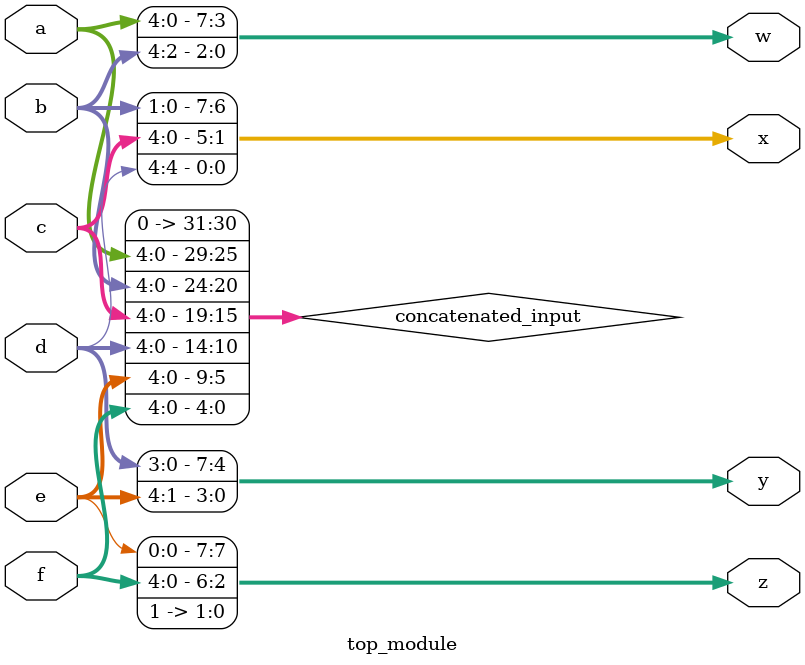
<source format=sv>
module top_module (
    input [4:0] a,
    input [4:0] b,
    input [4:0] c,
    input [4:0] d,
    input [4:0] e,
    input [4:0] f,
    output [7:0] w,
    output [7:0] x,
    output [7:0] y,
    output [7:0] z
);

    reg [31:0] concatenated_input;
    
    always @(*) begin
        concatenated_input = {a, b, c, d, e, f};
    end
    
    assign {w, x, y, z} = {concatenated_input, 2'b11};

endmodule

</source>
